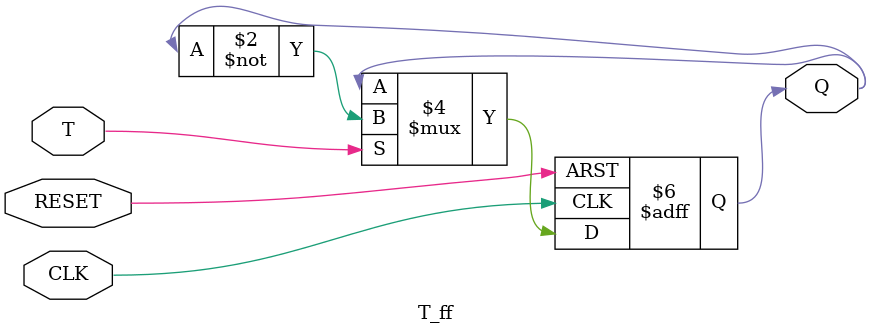
<source format=v>
`timescale 1ns / 1ps
module T_ff(
    input T,
    input CLK,
    input RESET,
    output reg Q
);

always @(posedge CLK or posedge RESET) begin
    if (RESET)
        Q <= 1'b0;
    else if (T)
        Q <= ~Q;
    else
        Q <= Q;
end

endmodule

</source>
